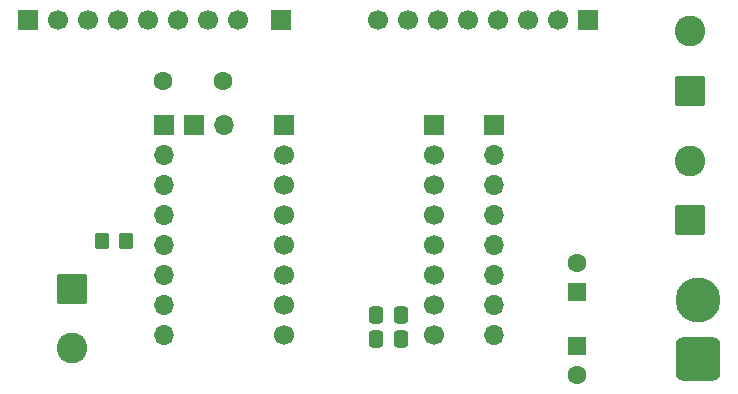
<source format=gbr>
%TF.GenerationSoftware,KiCad,Pcbnew,9.0.4*%
%TF.CreationDate,2025-09-30T20:07:29-04:00*%
%TF.ProjectId,motorDriverDaughter,6d6f746f-7244-4726-9976-657244617567,1*%
%TF.SameCoordinates,Original*%
%TF.FileFunction,Soldermask,Top*%
%TF.FilePolarity,Negative*%
%FSLAX46Y46*%
G04 Gerber Fmt 4.6, Leading zero omitted, Abs format (unit mm)*
G04 Created by KiCad (PCBNEW 9.0.4) date 2025-09-30 20:07:29*
%MOMM*%
%LPD*%
G01*
G04 APERTURE LIST*
G04 Aperture macros list*
%AMRoundRect*
0 Rectangle with rounded corners*
0 $1 Rounding radius*
0 $2 $3 $4 $5 $6 $7 $8 $9 X,Y pos of 4 corners*
0 Add a 4 corners polygon primitive as box body*
4,1,4,$2,$3,$4,$5,$6,$7,$8,$9,$2,$3,0*
0 Add four circle primitives for the rounded corners*
1,1,$1+$1,$2,$3*
1,1,$1+$1,$4,$5*
1,1,$1+$1,$6,$7*
1,1,$1+$1,$8,$9*
0 Add four rect primitives between the rounded corners*
20,1,$1+$1,$2,$3,$4,$5,0*
20,1,$1+$1,$4,$5,$6,$7,0*
20,1,$1+$1,$6,$7,$8,$9,0*
20,1,$1+$1,$8,$9,$2,$3,0*%
G04 Aperture macros list end*
%ADD10C,1.700000*%
%ADD11R,1.700000X1.700000*%
%ADD12O,1.700000X1.700000*%
%ADD13C,1.600000*%
%ADD14RoundRect,0.250000X-0.350000X-0.450000X0.350000X-0.450000X0.350000X0.450000X-0.350000X0.450000X0*%
%ADD15RoundRect,0.250000X-1.050000X1.050000X-1.050000X-1.050000X1.050000X-1.050000X1.050000X1.050000X0*%
%ADD16C,2.600000*%
%ADD17RoundRect,0.250000X1.050000X-1.050000X1.050000X1.050000X-1.050000X1.050000X-1.050000X-1.050000X0*%
%ADD18RoundRect,0.760000X1.140000X-1.140000X1.140000X1.140000X-1.140000X1.140000X-1.140000X-1.140000X0*%
%ADD19C,3.800000*%
%ADD20RoundRect,0.250000X0.337500X0.475000X-0.337500X0.475000X-0.337500X-0.475000X0.337500X-0.475000X0*%
%ADD21RoundRect,0.250000X-0.550000X0.550000X-0.550000X-0.550000X0.550000X-0.550000X0.550000X0.550000X0*%
%ADD22RoundRect,0.250000X0.550000X-0.550000X0.550000X0.550000X-0.550000X0.550000X-0.550000X-0.550000X0*%
G04 APERTURE END LIST*
D10*
%TO.C,J1*%
X53500000Y-49040000D03*
X53500000Y-46500000D03*
X53500000Y-43960000D03*
X53500000Y-41420000D03*
X53500000Y-38880000D03*
X53500000Y-36340000D03*
X53500000Y-33800000D03*
D11*
X53500000Y-31260000D03*
%TD*%
D12*
%TO.C,U1*%
X35740000Y-31250000D03*
D11*
X33200000Y-31250000D03*
D12*
X58580000Y-49040000D03*
X58580000Y-46500000D03*
X58580000Y-43960000D03*
X58580000Y-41420000D03*
X58580000Y-38880000D03*
X58580000Y-36340000D03*
X30660000Y-49040000D03*
X30660000Y-46500000D03*
X30660000Y-43960000D03*
X30660000Y-41420000D03*
X30660000Y-38880000D03*
X30660000Y-36340000D03*
X30660000Y-33800000D03*
X58580000Y-33800000D03*
D11*
X58580000Y-31260000D03*
X30660000Y-31260000D03*
%TD*%
D13*
%TO.C,R2*%
X35675000Y-27540000D03*
X30595000Y-27540000D03*
%TD*%
D14*
%TO.C,R1*%
X25460000Y-41040000D03*
X27460000Y-41040000D03*
%TD*%
D15*
%TO.C,J9*%
X22887500Y-45140000D03*
D16*
X22887500Y-50140000D03*
%TD*%
D11*
%TO.C,J8*%
X40560000Y-22340000D03*
%TD*%
D17*
%TO.C,J7*%
X75232500Y-28340000D03*
D16*
X75232500Y-23340000D03*
%TD*%
D17*
%TO.C,J6*%
X75232500Y-39340000D03*
D16*
X75232500Y-34340000D03*
%TD*%
D11*
%TO.C,J5*%
X19120000Y-22340000D03*
D10*
X21660000Y-22340000D03*
X24200000Y-22340000D03*
X26740000Y-22340000D03*
X29280000Y-22340000D03*
X31820000Y-22340000D03*
X34360000Y-22340000D03*
X36900000Y-22340000D03*
%TD*%
D11*
%TO.C,J4*%
X66550000Y-22340000D03*
D10*
X64010000Y-22340000D03*
X61470000Y-22340000D03*
X58930000Y-22340000D03*
X56390000Y-22340000D03*
X53850000Y-22340000D03*
X51310000Y-22340000D03*
X48770000Y-22340000D03*
%TD*%
D18*
%TO.C,J3*%
X75860000Y-51040000D03*
D19*
X75860000Y-46040000D03*
%TD*%
D11*
%TO.C,J2*%
X40820000Y-31260000D03*
D10*
X40820000Y-33800000D03*
X40820000Y-36340000D03*
X40820000Y-38880000D03*
X40820000Y-41420000D03*
X40820000Y-43960000D03*
X40820000Y-46500000D03*
X40820000Y-49040000D03*
%TD*%
D20*
%TO.C,C4*%
X50697500Y-47340000D03*
X48622500Y-47340000D03*
%TD*%
%TO.C,C3*%
X50697500Y-49340000D03*
X48622500Y-49340000D03*
%TD*%
D21*
%TO.C,C2*%
X65660000Y-49940000D03*
D13*
X65660000Y-52440000D03*
%TD*%
D22*
%TO.C,C1*%
X65660000Y-45440000D03*
D13*
X65660000Y-42940000D03*
%TD*%
M02*

</source>
